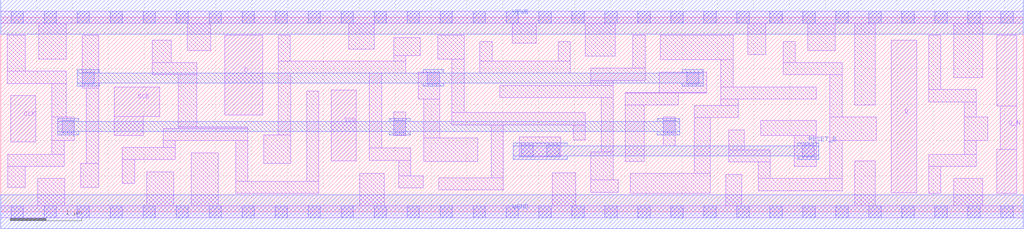
<source format=lef>
# Copyright 2020 The SkyWater PDK Authors
#
# Licensed under the Apache License, Version 2.0 (the "License");
# you may not use this file except in compliance with the License.
# You may obtain a copy of the License at
#
#     https://www.apache.org/licenses/LICENSE-2.0
#
# Unless required by applicable law or agreed to in writing, software
# distributed under the License is distributed on an "AS IS" BASIS,
# WITHOUT WARRANTIES OR CONDITIONS OF ANY KIND, either express or implied.
# See the License for the specific language governing permissions and
# limitations under the License.
#
# SPDX-License-Identifier: Apache-2.0

VERSION 5.7 ;
BUSBITCHARS "[]" ;
DIVIDERCHAR "/" ;
PROPERTYDEFINITIONS
  MACRO maskLayoutSubType STRING ;
  MACRO prCellType STRING ;
  MACRO originalViewName STRING ;
END PROPERTYDEFINITIONS
MACRO sky130_fd_sc_hdll__sdfrbp_1
  ORIGIN  0.000000  0.000000 ;
  CLASS CORE ;
  SYMMETRY X Y R90 ;
  SIZE  14.26000 BY  2.720000 ;
  SITE unithd ;
  PIN CLK
    ANTENNAGATEAREA  0.277500 ;
    DIRECTION INPUT ;
    USE SIGNAL ;
    PORT
      LAYER li1 ;
        RECT 0.140000 0.975000 0.490000 1.625000 ;
    END
  END CLK
  PIN D
    ANTENNAGATEAREA  0.160200 ;
    DIRECTION INPUT ;
    USE SIGNAL ;
    PORT
      LAYER li1 ;
        RECT 3.120000 1.355000 3.655000 2.465000 ;
    END
  END D
  PIN Q
    ANTENNADIFFAREA  0.513200 ;
    DIRECTION OUTPUT ;
    USE SIGNAL ;
    PORT
      LAYER li1 ;
        RECT 12.420000 0.265000 12.770000 2.395000 ;
    END
  END Q
  PIN Q_N
    ANTENNADIFFAREA  0.374700 ;
    DIRECTION OUTPUT ;
    USE SIGNAL ;
    PORT
      LAYER li1 ;
        RECT 13.885000 0.255000 14.165000 0.870000 ;
        RECT 13.885000 1.475000 14.165000 2.465000 ;
        RECT 13.935000 0.870000 14.165000 1.475000 ;
    END
  END Q_N
  PIN RESET_B
    ANTENNAGATEAREA  0.178200 ;
    DIRECTION INPUT ;
    USE SIGNAL ;
    PORT
      LAYER met1 ;
        RECT  7.145000 0.735000  7.900000 0.780000 ;
        RECT  7.145000 0.780000 11.405000 0.920000 ;
        RECT  7.145000 0.920000  7.900000 0.965000 ;
        RECT 11.115000 0.735000 11.405000 0.780000 ;
        RECT 11.115000 0.920000 11.405000 0.965000 ;
    END
  END RESET_B
  PIN SCD
    ANTENNAGATEAREA  0.172800 ;
    DIRECTION INPUT ;
    USE SIGNAL ;
    PORT
      LAYER li1 ;
        RECT 4.610000 0.710000 4.955000 1.700000 ;
    END
  END SCD
  PIN SCE
    ANTENNAGATEAREA  0.467400 ;
    DIRECTION INPUT ;
    USE SIGNAL ;
    PORT
      LAYER li1 ;
        RECT 1.585000 1.070000 1.990000 1.335000 ;
        RECT 1.585000 1.335000 2.220000 1.745000 ;
    END
  END SCE
  PIN VGND
    DIRECTION INOUT ;
    USE GROUND ;
    PORT
      LAYER met1 ;
        RECT 0.000000 -0.240000 14.260000 0.240000 ;
    END
  END VGND
  PIN VPWR
    DIRECTION INOUT ;
    USE POWER ;
    PORT
      LAYER met1 ;
        RECT 0.000000 2.480000 14.260000 2.960000 ;
    END
  END VPWR
  OBS
    LAYER li1 ;
      RECT  0.000000 -0.085000 14.260000 0.085000 ;
      RECT  0.000000  2.635000 14.260000 2.805000 ;
      RECT  0.090000  1.795000  0.915000 1.965000 ;
      RECT  0.090000  1.965000  0.345000 2.465000 ;
      RECT  0.095000  0.345000  0.345000 0.635000 ;
      RECT  0.095000  0.635000  0.885000 0.805000 ;
      RECT  0.515000  0.085000  0.895000 0.465000 ;
      RECT  0.530000  2.135000  0.910000 2.635000 ;
      RECT  0.710000  0.805000  0.885000 0.995000 ;
      RECT  0.710000  0.995000  1.025000 1.325000 ;
      RECT  0.710000  1.325000  0.915000 1.795000 ;
      RECT  1.115000  0.345000  1.365000 0.675000 ;
      RECT  1.135000  1.730000  1.365000 2.465000 ;
      RECT  1.195000  0.675000  1.365000 1.730000 ;
      RECT  1.695000  0.395000  1.865000 0.730000 ;
      RECT  1.695000  0.730000  2.435000 0.900000 ;
      RECT  2.035000  0.085000  2.415000 0.560000 ;
      RECT  2.110000  1.915000  2.730000 2.085000 ;
      RECT  2.110000  2.085000  2.380000 2.400000 ;
      RECT  2.265000  0.900000  2.435000 0.995000 ;
      RECT  2.265000  0.995000  3.445000 1.165000 ;
      RECT  2.475000  1.165000  3.445000 1.185000 ;
      RECT  2.475000  1.185000  2.730000 1.915000 ;
      RECT  2.600000  2.255000  2.930000 2.635000 ;
      RECT  2.655000  0.085000  3.035000 0.825000 ;
      RECT  3.275000  0.255000  4.435000 0.425000 ;
      RECT  3.275000  0.425000  3.445000 0.995000 ;
      RECT  3.665000  0.675000  4.045000 1.075000 ;
      RECT  3.870000  1.075000  4.045000 1.935000 ;
      RECT  3.870000  1.935000  5.650000 2.105000 ;
      RECT  3.870000  2.105000  4.040000 2.465000 ;
      RECT  4.265000  0.425000  4.435000 1.685000 ;
      RECT  4.855000  2.275000  5.205000 2.635000 ;
      RECT  5.005000  0.085000  5.350000 0.540000 ;
      RECT  5.140000  0.715000  5.720000 0.895000 ;
      RECT  5.140000  0.895000  5.310000 1.935000 ;
      RECT  5.480000  1.065000  5.650000 1.395000 ;
      RECT  5.480000  2.105000  5.650000 2.185000 ;
      RECT  5.480000  2.185000  5.850000 2.435000 ;
      RECT  5.550000  0.335000  5.890000 0.505000 ;
      RECT  5.550000  0.505000  5.720000 0.715000 ;
      RECT  5.820000  1.575000  6.120000 1.955000 ;
      RECT  5.900000  0.705000  6.650000 1.035000 ;
      RECT  5.900000  1.035000  6.120000 1.575000 ;
      RECT  6.095000  2.135000  6.460000 2.465000 ;
      RECT  6.110000  0.305000  7.010000 0.475000 ;
      RECT  6.290000  1.215000  8.150000 1.385000 ;
      RECT  6.290000  1.385000  6.460000 2.135000 ;
      RECT  6.680000  1.935000  7.940000 2.105000 ;
      RECT  6.680000  2.105000  6.850000 2.375000 ;
      RECT  6.840000  0.475000  7.010000 1.215000 ;
      RECT  6.960000  1.595000  8.540000 1.765000 ;
      RECT  7.135000  2.355000  7.465000 2.635000 ;
      RECT  7.230000  0.765000  7.810000 1.045000 ;
      RECT  7.690000  0.085000  8.020000 0.545000 ;
      RECT  7.770000  2.105000  7.940000 2.375000 ;
      RECT  7.980000  1.005000  8.150000 1.215000 ;
      RECT  8.150000  2.175000  8.570000 2.635000 ;
      RECT  8.230000  0.275000  8.610000 0.445000 ;
      RECT  8.230000  0.445000  8.540000 0.835000 ;
      RECT  8.230000  1.765000  8.540000 1.835000 ;
      RECT  8.230000  1.835000  8.985000 2.005000 ;
      RECT  8.370000  0.835000  8.540000 1.595000 ;
      RECT  8.710000  0.705000  8.970000 1.495000 ;
      RECT  8.710000  1.495000  9.445000 1.660000 ;
      RECT  8.710000  1.660000  9.845000 1.665000 ;
      RECT  8.780000  0.255000  9.890000 0.535000 ;
      RECT  8.815000  2.005000  8.985000 2.465000 ;
      RECT  9.185000  1.665000  9.845000 1.955000 ;
      RECT  9.195000  2.125000 10.215000 2.465000 ;
      RECT  9.235000  0.920000  9.405000 1.325000 ;
      RECT  9.670000  0.535000  9.890000 1.315000 ;
      RECT  9.670000  1.315000 10.285000 1.485000 ;
      RECT 10.040000  1.485000 10.285000 1.575000 ;
      RECT 10.040000  1.575000 11.370000 1.745000 ;
      RECT 10.040000  1.745000 10.215000 2.125000 ;
      RECT 10.110000  0.085000 10.330000 0.525000 ;
      RECT 10.150000  0.695000 10.730000 0.865000 ;
      RECT 10.150000  0.865000 10.370000 1.145000 ;
      RECT 10.415000  2.195000 10.665000 2.635000 ;
      RECT 10.560000  0.295000 11.735000 0.465000 ;
      RECT 10.560000  0.465000 10.730000 0.695000 ;
      RECT 10.600000  1.065000 11.370000 1.275000 ;
      RECT 10.910000  1.915000 11.730000 2.085000 ;
      RECT 10.910000  2.085000 11.080000 2.375000 ;
      RECT 11.065000  0.635000 11.370000 1.065000 ;
      RECT 11.255000  2.255000 11.635000 2.635000 ;
      RECT 11.560000  0.465000 11.735000 0.995000 ;
      RECT 11.560000  0.995000 12.205000 1.325000 ;
      RECT 11.560000  1.325000 11.730000 1.915000 ;
      RECT 11.905000  0.085000 12.190000 0.710000 ;
      RECT 11.905000  1.495000 12.190000 2.635000 ;
      RECT 12.940000  0.255000 13.110000 0.635000 ;
      RECT 12.940000  0.635000 13.605000 0.805000 ;
      RECT 12.940000  1.535000 13.605000 1.705000 ;
      RECT 12.940000  1.705000 13.110000 2.465000 ;
      RECT 13.285000  0.085000 13.695000 0.465000 ;
      RECT 13.285000  1.875000 13.695000 2.635000 ;
      RECT 13.435000  0.805000 13.605000 0.995000 ;
      RECT 13.435000  0.995000 13.765000 1.325000 ;
      RECT 13.435000  1.325000 13.605000 1.535000 ;
    LAYER mcon ;
      RECT  0.145000 -0.085000  0.315000 0.085000 ;
      RECT  0.145000  2.635000  0.315000 2.805000 ;
      RECT  0.605000 -0.085000  0.775000 0.085000 ;
      RECT  0.605000  2.635000  0.775000 2.805000 ;
      RECT  0.855000  1.105000  1.025000 1.275000 ;
      RECT  1.065000 -0.085000  1.235000 0.085000 ;
      RECT  1.065000  2.635000  1.235000 2.805000 ;
      RECT  1.135000  1.785000  1.305000 1.955000 ;
      RECT  1.525000 -0.085000  1.695000 0.085000 ;
      RECT  1.525000  2.635000  1.695000 2.805000 ;
      RECT  1.985000 -0.085000  2.155000 0.085000 ;
      RECT  1.985000  2.635000  2.155000 2.805000 ;
      RECT  2.445000 -0.085000  2.615000 0.085000 ;
      RECT  2.445000  2.635000  2.615000 2.805000 ;
      RECT  2.905000 -0.085000  3.075000 0.085000 ;
      RECT  2.905000  2.635000  3.075000 2.805000 ;
      RECT  3.365000 -0.085000  3.535000 0.085000 ;
      RECT  3.365000  2.635000  3.535000 2.805000 ;
      RECT  3.825000 -0.085000  3.995000 0.085000 ;
      RECT  3.825000  2.635000  3.995000 2.805000 ;
      RECT  4.285000 -0.085000  4.455000 0.085000 ;
      RECT  4.285000  2.635000  4.455000 2.805000 ;
      RECT  4.745000 -0.085000  4.915000 0.085000 ;
      RECT  4.745000  2.635000  4.915000 2.805000 ;
      RECT  5.205000 -0.085000  5.375000 0.085000 ;
      RECT  5.205000  2.635000  5.375000 2.805000 ;
      RECT  5.480000  1.105000  5.650000 1.275000 ;
      RECT  5.665000 -0.085000  5.835000 0.085000 ;
      RECT  5.665000  2.635000  5.835000 2.805000 ;
      RECT  5.950000  1.785000  6.120000 1.955000 ;
      RECT  6.125000 -0.085000  6.295000 0.085000 ;
      RECT  6.125000  2.635000  6.295000 2.805000 ;
      RECT  6.585000 -0.085000  6.755000 0.085000 ;
      RECT  6.585000  2.635000  6.755000 2.805000 ;
      RECT  7.045000 -0.085000  7.215000 0.085000 ;
      RECT  7.045000  2.635000  7.215000 2.805000 ;
      RECT  7.255000  0.765000  7.425000 0.935000 ;
      RECT  7.505000 -0.085000  7.675000 0.085000 ;
      RECT  7.505000  2.635000  7.675000 2.805000 ;
      RECT  7.615000  0.765000  7.785000 0.935000 ;
      RECT  7.965000 -0.085000  8.135000 0.085000 ;
      RECT  7.965000  2.635000  8.135000 2.805000 ;
      RECT  8.425000 -0.085000  8.595000 0.085000 ;
      RECT  8.425000  2.635000  8.595000 2.805000 ;
      RECT  8.885000 -0.085000  9.055000 0.085000 ;
      RECT  8.885000  2.635000  9.055000 2.805000 ;
      RECT  9.235000  1.105000  9.405000 1.275000 ;
      RECT  9.345000 -0.085000  9.515000 0.085000 ;
      RECT  9.345000  2.635000  9.515000 2.805000 ;
      RECT  9.565000  1.785000  9.735000 1.955000 ;
      RECT  9.805000 -0.085000  9.975000 0.085000 ;
      RECT  9.805000  2.635000  9.975000 2.805000 ;
      RECT 10.265000 -0.085000 10.435000 0.085000 ;
      RECT 10.265000  2.635000 10.435000 2.805000 ;
      RECT 10.725000 -0.085000 10.895000 0.085000 ;
      RECT 10.725000  2.635000 10.895000 2.805000 ;
      RECT 11.175000  0.765000 11.345000 0.935000 ;
      RECT 11.185000 -0.085000 11.355000 0.085000 ;
      RECT 11.185000  2.635000 11.355000 2.805000 ;
      RECT 11.645000 -0.085000 11.815000 0.085000 ;
      RECT 11.645000  2.635000 11.815000 2.805000 ;
      RECT 12.105000 -0.085000 12.275000 0.085000 ;
      RECT 12.105000  2.635000 12.275000 2.805000 ;
      RECT 12.565000 -0.085000 12.735000 0.085000 ;
      RECT 12.565000  2.635000 12.735000 2.805000 ;
      RECT 13.025000 -0.085000 13.195000 0.085000 ;
      RECT 13.025000  2.635000 13.195000 2.805000 ;
      RECT 13.485000 -0.085000 13.655000 0.085000 ;
      RECT 13.485000  2.635000 13.655000 2.805000 ;
      RECT 13.945000 -0.085000 14.115000 0.085000 ;
      RECT 13.945000  2.635000 14.115000 2.805000 ;
    LAYER met1 ;
      RECT 0.795000 1.075000 1.085000 1.120000 ;
      RECT 0.795000 1.120000 9.465000 1.260000 ;
      RECT 0.795000 1.260000 1.085000 1.305000 ;
      RECT 1.070000 1.755000 1.370000 1.800000 ;
      RECT 1.070000 1.800000 9.795000 1.940000 ;
      RECT 1.070000 1.940000 1.370000 1.985000 ;
      RECT 5.420000 1.075000 5.710000 1.120000 ;
      RECT 5.420000 1.260000 5.710000 1.305000 ;
      RECT 5.890000 1.755000 6.180000 1.800000 ;
      RECT 5.890000 1.940000 6.180000 1.985000 ;
      RECT 9.155000 1.075000 9.465000 1.120000 ;
      RECT 9.155000 1.260000 9.465000 1.305000 ;
      RECT 9.500000 1.755000 9.795000 1.800000 ;
      RECT 9.500000 1.940000 9.795000 1.985000 ;
  END
  PROPERTY maskLayoutSubType "abstract" ;
  PROPERTY prCellType "standard" ;
  PROPERTY originalViewName "layout" ;
END sky130_fd_sc_hdll__sdfrbp_1
END LIBRARY

</source>
